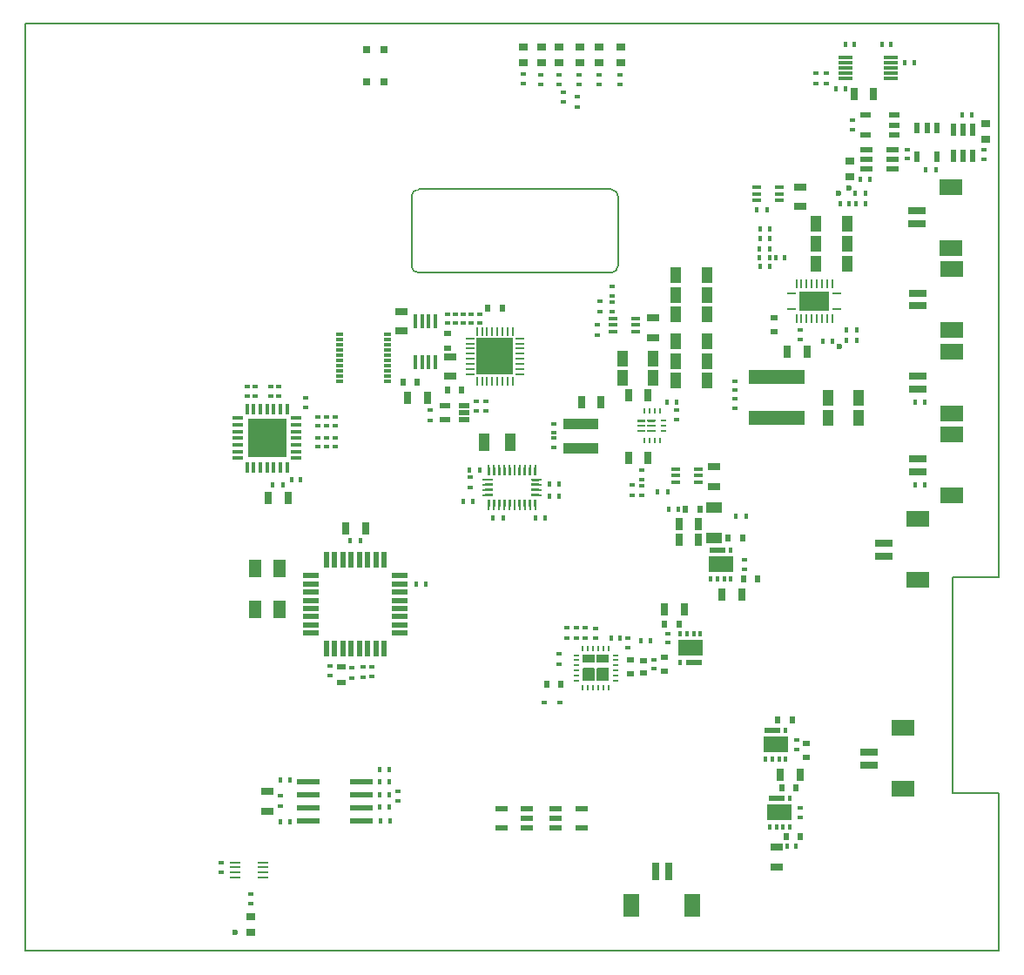
<source format=gtp>
G04*
G04 #@! TF.GenerationSoftware,Altium Limited,Altium Designer,18.1.9 (240)*
G04*
G04 Layer_Color=8421504*
%FSLAX44Y44*%
%MOMM*%
G71*
G01*
G75*
%ADD16C,0.1520*%
%ADD21R,0.8000X1.3000*%
%ADD22R,1.1112X0.2540*%
%ADD23R,1.6000X1.0000*%
%ADD24R,0.4500X0.6000*%
%ADD25R,0.4000X0.6000*%
%ADD26R,0.6000X0.8000*%
%ADD27R,1.3000X0.8000*%
%ADD28R,0.3000X0.6000*%
%ADD29R,1.6000X0.6000*%
%ADD30R,2.4000X1.6000*%
%ADD31R,0.6000X0.4000*%
%ADD32R,0.7000X1.8000*%
%ADD33R,1.6000X2.2000*%
%ADD34R,0.2600X0.9000*%
%ADD35R,0.9000X0.2600*%
%ADD36R,2.9500X1.9500*%
%ADD37C,0.6000*%
%ADD38R,0.8000X0.5500*%
%ADD39R,0.8000X0.6000*%
%ADD40R,0.6000X0.4500*%
%ADD41R,1.1000X0.6000*%
%ADD42R,0.5032X0.3556*%
%ADD43R,0.7500X0.7000*%
%ADD44R,1.0400X0.3300*%
%ADD45R,0.3300X1.0400*%
%ADD46R,3.7000X3.7000*%
%ADD47R,0.9000X0.5000*%
%ADD48R,2.2000X0.6000*%
%ADD49R,5.5000X1.4300*%
%ADD50R,0.7000X1.3000*%
%ADD51R,0.9000X0.7000*%
%ADD52R,1.2700X0.5588*%
%ADD53R,1.4500X0.3000*%
%ADD54R,0.6000X1.1000*%
%ADD55R,0.5588X1.2700*%
%ADD56R,1.0000X1.6000*%
%ADD57R,1.3000X0.7000*%
%ADD58R,0.8400X0.2600*%
%ADD59R,0.2600X0.8400*%
%ADD60R,3.6000X3.6000*%
%ADD61R,0.4500X1.3500*%
%ADD62R,1.0000X0.4700*%
%ADD63R,1.0000X0.2500*%
%ADD64R,0.2500X1.0000*%
%ADD65R,3.4000X0.9800*%
%ADD66R,0.7000X0.3000*%
%ADD67R,1.8000X0.7000*%
%ADD68R,2.2000X1.6000*%
%ADD69R,1.2200X0.6000*%
%ADD70R,1.2000X1.8000*%
%ADD71R,1.5000X0.5500*%
%ADD72R,0.5500X1.5000*%
%ADD73R,1.0000X1.8000*%
%ADD74R,0.8500X0.3500*%
%ADD75R,0.2400X0.6000*%
%ADD76R,0.6000X0.2400*%
%ADD77R,0.2400X0.5750*%
%ADD78R,0.5750X0.2400*%
G36*
X777336Y625546D02*
X759693D01*
Y637438D01*
X777336D01*
Y625546D01*
D02*
G37*
G36*
X472445Y580712D02*
X459020D01*
Y594108D01*
X472445D01*
Y580712D01*
D02*
G37*
G36*
X454419Y580710D02*
X441020D01*
Y594108D01*
X454419D01*
Y580710D01*
D02*
G37*
G36*
X454417Y562687D02*
X441020D01*
Y576108D01*
X454417D01*
Y562687D01*
D02*
G37*
G36*
X472450Y562678D02*
X459020D01*
Y576108D01*
X472450D01*
Y562678D01*
D02*
G37*
G36*
X612453Y516876D02*
X612546Y516848D01*
X612631Y516802D01*
X612706Y516740D01*
X612768Y516665D01*
X612813Y516580D01*
X612842Y516487D01*
X612851Y516390D01*
Y515180D01*
X612842Y515084D01*
X612813Y514991D01*
X612768Y514905D01*
X612706Y514830D01*
X612631Y514769D01*
X612546Y514723D01*
X612453Y514695D01*
X612356Y514685D01*
X605396D01*
X605300Y514695D01*
X605207Y514723D01*
X605121Y514769D01*
X605046Y514830D01*
X604985Y514905D01*
X604939Y514991D01*
X604911Y515084D01*
X604901Y515180D01*
Y516390D01*
X604911Y516487D01*
X604939Y516580D01*
X604985Y516665D01*
X605046Y516740D01*
X605121Y516802D01*
X605207Y516848D01*
X605300Y516876D01*
X605396Y516885D01*
X612356D01*
X612453Y516876D01*
D02*
G37*
G36*
X602503D02*
X602596Y516848D01*
X602681Y516802D01*
X602756Y516740D01*
X602818Y516665D01*
X602864Y516580D01*
X602892Y516487D01*
X602901Y516390D01*
Y515180D01*
X602892Y515084D01*
X602864Y514991D01*
X602818Y514905D01*
X602756Y514830D01*
X602681Y514769D01*
X602596Y514723D01*
X602503Y514695D01*
X602406Y514685D01*
X595446D01*
X595350Y514695D01*
X595257Y514723D01*
X595171Y514769D01*
X595096Y514830D01*
X595035Y514905D01*
X594989Y514991D01*
X594961Y515084D01*
X594951Y515180D01*
Y516390D01*
X594961Y516487D01*
X594989Y516580D01*
X595035Y516665D01*
X595096Y516740D01*
X595171Y516802D01*
X595257Y516848D01*
X595350Y516876D01*
X595446Y516885D01*
X602406D01*
X602503Y516876D01*
D02*
G37*
G36*
X612445Y512076D02*
X612540Y512047D01*
X612627Y512000D01*
X612704Y511938D01*
X612766Y511861D01*
X612813Y511774D01*
X612841Y511680D01*
X612851Y511581D01*
Y510189D01*
X612841Y510091D01*
X612813Y509996D01*
X612766Y509909D01*
X612704Y509833D01*
X612627Y509770D01*
X612540Y509724D01*
X612445Y509695D01*
X612347Y509685D01*
X605405D01*
X605307Y509695D01*
X605212Y509724D01*
X605125Y509770D01*
X605049Y509833D01*
X604986Y509909D01*
X604939Y509996D01*
X604911Y510091D01*
X604901Y510189D01*
Y511581D01*
X604911Y511680D01*
X604939Y511774D01*
X604986Y511861D01*
X605049Y511938D01*
X605125Y512000D01*
X605212Y512047D01*
X605307Y512076D01*
X605405Y512085D01*
X612347D01*
X612445Y512076D01*
D02*
G37*
G36*
X602495D02*
X602590Y512047D01*
X602677Y512000D01*
X602753Y511938D01*
X602816Y511861D01*
X602863Y511774D01*
X602892Y511680D01*
X602901Y511581D01*
Y510189D01*
X602892Y510091D01*
X602863Y509996D01*
X602816Y509909D01*
X602753Y509833D01*
X602677Y509770D01*
X602590Y509724D01*
X602495Y509695D01*
X602397Y509685D01*
X595455D01*
X595357Y509695D01*
X595262Y509724D01*
X595175Y509770D01*
X595099Y509833D01*
X595036Y509909D01*
X594990Y509996D01*
X594961Y510091D01*
X594951Y510189D01*
Y511581D01*
X594961Y511680D01*
X594990Y511774D01*
X595036Y511861D01*
X595099Y511938D01*
X595175Y512000D01*
X595262Y512047D01*
X595357Y512076D01*
X595455Y512085D01*
X602397D01*
X602495Y512076D01*
D02*
G37*
G36*
X612453Y507076D02*
X612546Y507048D01*
X612631Y507002D01*
X612706Y506940D01*
X612768Y506865D01*
X612813Y506780D01*
X612842Y506687D01*
X612851Y506590D01*
Y505380D01*
X612842Y505284D01*
X612813Y505191D01*
X612768Y505105D01*
X612706Y505030D01*
X612631Y504969D01*
X612546Y504923D01*
X612453Y504895D01*
X612356Y504885D01*
X605396D01*
X605300Y504895D01*
X605207Y504923D01*
X605121Y504969D01*
X605046Y505030D01*
X604985Y505105D01*
X604939Y505191D01*
X604911Y505284D01*
X604901Y505380D01*
Y506590D01*
X604911Y506687D01*
X604939Y506780D01*
X604985Y506865D01*
X605046Y506940D01*
X605121Y507002D01*
X605207Y507048D01*
X605300Y507076D01*
X605396Y507085D01*
X612356D01*
X612453Y507076D01*
D02*
G37*
G36*
X602503D02*
X602596Y507048D01*
X602681Y507002D01*
X602756Y506940D01*
X602818Y506865D01*
X602864Y506780D01*
X602892Y506687D01*
X602901Y506590D01*
Y505380D01*
X602892Y505284D01*
X602864Y505191D01*
X602818Y505105D01*
X602756Y505030D01*
X602681Y504969D01*
X602596Y504923D01*
X602503Y504895D01*
X602406Y504885D01*
X595446D01*
X595350Y504895D01*
X595257Y504923D01*
X595171Y504969D01*
X595096Y505030D01*
X595035Y505105D01*
X594989Y505191D01*
X594961Y505284D01*
X594951Y505380D01*
Y506590D01*
X594961Y506687D01*
X594989Y506780D01*
X595035Y506865D01*
X595096Y506940D01*
X595171Y507002D01*
X595257Y507048D01*
X595350Y507076D01*
X595446Y507085D01*
X602406D01*
X602503Y507076D01*
D02*
G37*
G36*
X251259Y482555D02*
X223400D01*
Y510414D01*
X251259D01*
Y482555D01*
D02*
G37*
G36*
X457127Y462920D02*
X454654D01*
Y469900D01*
X457127D01*
Y462920D01*
D02*
G37*
G36*
X497193Y462920D02*
X494654D01*
Y469900D01*
X497193D01*
Y462920D01*
D02*
G37*
G36*
X467146Y462916D02*
X464654D01*
Y469900D01*
X467146D01*
Y462916D01*
D02*
G37*
G36*
X472153Y462907D02*
X469654D01*
Y469900D01*
X472153D01*
Y462907D01*
D02*
G37*
G36*
X477156Y462905D02*
X474654D01*
Y469900D01*
X477156D01*
Y462905D01*
D02*
G37*
G36*
X492162Y462905D02*
X489654D01*
Y469900D01*
X492162D01*
Y462905D01*
D02*
G37*
G36*
X487159Y462904D02*
X484654D01*
Y469900D01*
X487159D01*
Y462904D01*
D02*
G37*
G36*
X462150Y462904D02*
X459654D01*
Y469900D01*
X462150D01*
Y462904D01*
D02*
G37*
G36*
X482156Y462903D02*
X479654D01*
Y469900D01*
X482156D01*
Y462903D01*
D02*
G37*
G36*
X452149Y462903D02*
X449654D01*
Y469900D01*
X452149D01*
Y462903D01*
D02*
G37*
G36*
X454381Y457173D02*
X447388D01*
Y459635D01*
X454381D01*
Y457173D01*
D02*
G37*
G36*
X499421Y457133D02*
X492428D01*
Y459674D01*
X499421D01*
Y457133D01*
D02*
G37*
G36*
X454399Y452155D02*
X447399D01*
Y454645D01*
X454399D01*
Y452155D01*
D02*
G37*
G36*
X499406Y452148D02*
X492405D01*
Y454651D01*
X499406D01*
Y452148D01*
D02*
G37*
G36*
X454400Y447154D02*
X447397D01*
Y449643D01*
X454400D01*
Y447154D01*
D02*
G37*
G36*
X499422Y447132D02*
X492415D01*
Y449661D01*
X499422D01*
Y447132D01*
D02*
G37*
G36*
X454403Y442151D02*
X447402D01*
Y444648D01*
X454403D01*
Y442151D01*
D02*
G37*
G36*
X499410Y442144D02*
X492406D01*
Y444652D01*
X499410D01*
Y442144D01*
D02*
G37*
G36*
X462148Y431889D02*
X459654D01*
Y438900D01*
X462148D01*
Y431889D01*
D02*
G37*
G36*
X497170Y431887D02*
X494654D01*
Y438900D01*
X497170D01*
Y431887D01*
D02*
G37*
G36*
X492171Y431883D02*
X489654D01*
Y438900D01*
X492171D01*
Y431883D01*
D02*
G37*
G36*
X467148Y431883D02*
X464654D01*
Y438900D01*
X467148D01*
Y431883D01*
D02*
G37*
G36*
X487168Y431881D02*
X484654D01*
Y438900D01*
X487168D01*
Y431881D01*
D02*
G37*
G36*
X457137D02*
X454654D01*
Y438900D01*
X457137D01*
Y431881D01*
D02*
G37*
G36*
X452129Y431878D02*
X449654D01*
Y438900D01*
X452129D01*
Y431878D01*
D02*
G37*
G36*
X472152Y431869D02*
X469654D01*
Y438900D01*
X472152D01*
Y431869D01*
D02*
G37*
G36*
X477161Y431867D02*
X474654D01*
Y438900D01*
X477161D01*
Y431867D01*
D02*
G37*
G36*
X482171Y431863D02*
X479654D01*
Y438900D01*
X482171D01*
Y431863D01*
D02*
G37*
G36*
X688125Y368567D02*
X677520D01*
Y383270D01*
X688125D01*
Y368567D01*
D02*
G37*
G36*
X675519Y368563D02*
X664920D01*
Y383270D01*
X675519D01*
Y368563D01*
D02*
G37*
G36*
X658284Y287334D02*
X647685D01*
Y302041D01*
X658284D01*
Y287334D01*
D02*
G37*
G36*
X645684D02*
X635079D01*
Y302037D01*
X645684D01*
Y287334D01*
D02*
G37*
G36*
X567744Y287853D02*
Y281253D01*
X567244Y280753D01*
X556364D01*
X555864Y281253D01*
Y287853D01*
X556364Y288353D01*
X567244D01*
X567744Y287853D01*
D02*
G37*
G36*
X553864D02*
Y281253D01*
X553364Y280753D01*
X542484D01*
X541984Y281253D01*
Y287853D01*
X542484Y288353D01*
X553364D01*
X553864Y287853D01*
D02*
G37*
G36*
X567744Y275053D02*
Y263053D01*
X567244Y262553D01*
X556364D01*
X555864Y263053D01*
Y275053D01*
X556364Y275553D01*
X567244D01*
X567744Y275053D01*
D02*
G37*
G36*
X553864D02*
Y263053D01*
X553364Y262553D01*
X542484D01*
X541984Y263053D01*
Y275053D01*
X542484Y275553D01*
X553364D01*
X553864Y275053D01*
D02*
G37*
G36*
X741268Y193488D02*
X730663D01*
Y208192D01*
X741268D01*
Y193488D01*
D02*
G37*
G36*
X728661Y193484D02*
X718063D01*
Y208192D01*
X728661D01*
Y193484D01*
D02*
G37*
G36*
X745195Y127267D02*
X734590D01*
Y141970D01*
X745195D01*
Y127267D01*
D02*
G37*
G36*
X732589Y127263D02*
X721990D01*
Y141970D01*
X732589D01*
Y127263D01*
D02*
G37*
D16*
X576580Y733724D02*
G03*
X569484Y740820I-7096J0D01*
G01*
X382680Y740820D02*
G03*
X375604Y733744I-0J-7076D01*
G01*
X375604Y666558D02*
G03*
X382642Y659520I7038J0D01*
G01*
X569299Y659520D02*
G03*
X576580Y666801I0J7281D01*
G01*
X382680Y740820D02*
X569484Y740820D01*
X375604Y733744D02*
X375604Y666558D01*
X382642Y659520D02*
X569299Y659520D01*
X576580Y666801D02*
X576580Y733724D01*
X946658Y363220D02*
Y901700D01*
X0D02*
X946658D01*
X0Y0D02*
Y901700D01*
Y0D02*
X946658D01*
Y153670D01*
X901700D02*
X946658D01*
X901700D02*
Y363220D01*
X946658D01*
D21*
X824840Y833120D02*
D03*
X805840D02*
D03*
X654716Y400152D02*
D03*
X635716D02*
D03*
X654716Y415646D02*
D03*
X635716D02*
D03*
X372046Y538374D02*
D03*
X391046D02*
D03*
X236359Y440704D02*
D03*
X255359D02*
D03*
X605751Y540690D02*
D03*
X586751D02*
D03*
X330748Y410718D02*
D03*
X311748D02*
D03*
X734472Y171744D02*
D03*
X753472D02*
D03*
X605751Y479730D02*
D03*
X586751D02*
D03*
X677824Y347050D02*
D03*
X696824D02*
D03*
X640944Y332204D02*
D03*
X621944D02*
D03*
D22*
X230924Y71240D02*
D03*
Y76240D02*
D03*
Y81240D02*
D03*
Y86240D02*
D03*
X203924D02*
D03*
Y81240D02*
D03*
Y76240D02*
D03*
Y71240D02*
D03*
D23*
X669828Y401560D02*
D03*
Y431560D02*
D03*
D24*
X690894Y422640D02*
D03*
X700894D02*
D03*
X240446Y453404D02*
D03*
X250446D02*
D03*
X798553Y604187D02*
D03*
X808553D02*
D03*
X798553Y594027D02*
D03*
X808553D02*
D03*
X785360Y593217D02*
D03*
X775360D02*
D03*
X797994Y838200D02*
D03*
X787994D02*
D03*
X614760Y446859D02*
D03*
X624760D02*
D03*
X721304Y720700D02*
D03*
X711304D02*
D03*
X316248Y398780D02*
D03*
X326248D02*
D03*
X875444Y759460D02*
D03*
X885444D02*
D03*
X431880Y467900D02*
D03*
X441880D02*
D03*
X454804Y421000D02*
D03*
X464804D02*
D03*
X807137Y736600D02*
D03*
X817137D02*
D03*
X713633Y674208D02*
D03*
X723633D02*
D03*
X713633Y682797D02*
D03*
X723633D02*
D03*
D25*
X625968Y429260D02*
D03*
X634968D02*
D03*
X740784Y101600D02*
D03*
X749784D02*
D03*
X821440Y750206D02*
D03*
X812440D02*
D03*
X797244Y881700D02*
D03*
X806244D02*
D03*
X258950Y458400D02*
D03*
X267950D02*
D03*
X380248Y357104D02*
D03*
X389248D02*
D03*
X354034Y176144D02*
D03*
X345034D02*
D03*
Y164714D02*
D03*
X354034D02*
D03*
Y152014D02*
D03*
X345034D02*
D03*
X354044Y139834D02*
D03*
X345044D02*
D03*
X345614Y126614D02*
D03*
X354614D02*
D03*
X257514Y165984D02*
D03*
X248514D02*
D03*
X257514Y125344D02*
D03*
X248514D02*
D03*
X841804Y881700D02*
D03*
X832804D02*
D03*
X864544Y863600D02*
D03*
X855544D02*
D03*
X911424Y812800D02*
D03*
X920424D02*
D03*
X510104Y454277D02*
D03*
X519104D02*
D03*
X569489Y304264D02*
D03*
X578489D02*
D03*
X608004Y301724D02*
D03*
X599004D02*
D03*
X865704Y453400D02*
D03*
X874704D02*
D03*
X865704Y533400D02*
D03*
X874704D02*
D03*
X426284Y436880D02*
D03*
X435284D02*
D03*
X505354Y421000D02*
D03*
X496354D02*
D03*
X519104Y441960D02*
D03*
X510104D02*
D03*
X807940Y726440D02*
D03*
X816940D02*
D03*
X723883Y693237D02*
D03*
X714883D02*
D03*
X723883Y665619D02*
D03*
X714883D02*
D03*
X738630Y674208D02*
D03*
X729630D02*
D03*
X792397Y726440D02*
D03*
X801397D02*
D03*
X723883Y701826D02*
D03*
X714883D02*
D03*
X624404Y533400D02*
D03*
X633404D02*
D03*
D26*
X642030Y429260D02*
D03*
X656030D02*
D03*
X753876Y110980D02*
D03*
X739876D02*
D03*
X749456Y158280D02*
D03*
X735456D02*
D03*
X712371Y361920D02*
D03*
X698371D02*
D03*
X449720Y625280D02*
D03*
X463720D02*
D03*
X367334Y553324D02*
D03*
X381334D02*
D03*
X424514Y545778D02*
D03*
X410514D02*
D03*
X745972Y225084D02*
D03*
X731972D02*
D03*
X697399Y401320D02*
D03*
X683399D02*
D03*
X621904Y318044D02*
D03*
X635904D02*
D03*
X506884Y259708D02*
D03*
X520884D02*
D03*
D27*
X730340Y100940D02*
D03*
Y81940D02*
D03*
X235234Y136164D02*
D03*
Y155164D02*
D03*
X365500Y622148D02*
D03*
Y603148D02*
D03*
X413330Y558748D02*
D03*
Y577748D02*
D03*
D28*
X723840Y120620D02*
D03*
X730340D02*
D03*
X736840D02*
D03*
X743340D02*
D03*
Y148620D02*
D03*
X719912Y186842D02*
D03*
X726413D02*
D03*
X732913D02*
D03*
X739413D02*
D03*
Y214841D02*
D03*
X666770Y361920D02*
D03*
X673270D02*
D03*
X679770D02*
D03*
X686270D02*
D03*
Y389920D02*
D03*
X656434Y308684D02*
D03*
X649934D02*
D03*
X643434D02*
D03*
X636934D02*
D03*
Y280684D02*
D03*
D29*
X730340Y148620D02*
D03*
X726413Y214841D02*
D03*
X673270Y389920D02*
D03*
X649934Y280684D02*
D03*
D30*
X733590Y134620D02*
D03*
X729662Y200842D02*
D03*
X676520Y375920D02*
D03*
X646684Y294684D02*
D03*
D31*
X753876Y138920D02*
D03*
Y129920D02*
D03*
X699304Y380620D02*
D03*
Y371620D02*
D03*
X301390Y519664D02*
D03*
Y510664D02*
D03*
X272978Y528660D02*
D03*
Y537660D02*
D03*
X215908Y548699D02*
D03*
Y539699D02*
D03*
X223528Y548699D02*
D03*
Y539699D02*
D03*
X239060Y548699D02*
D03*
Y539699D02*
D03*
X246680Y548699D02*
D03*
Y539699D02*
D03*
X292958Y510704D02*
D03*
Y519704D02*
D03*
X284814Y510744D02*
D03*
Y519744D02*
D03*
X292958Y490383D02*
D03*
Y499383D02*
D03*
X284814Y490384D02*
D03*
Y499384D02*
D03*
X301390Y490344D02*
D03*
Y499344D02*
D03*
X296198Y267864D02*
D03*
Y276864D02*
D03*
X337378Y267264D02*
D03*
Y276264D02*
D03*
X690270Y554379D02*
D03*
Y545379D02*
D03*
Y537179D02*
D03*
Y528179D02*
D03*
X753910Y594628D02*
D03*
Y603628D02*
D03*
X518832Y851973D02*
D03*
Y842973D02*
D03*
X501527Y851973D02*
D03*
Y842973D02*
D03*
X484509Y852973D02*
D03*
Y843973D02*
D03*
X538443Y851973D02*
D03*
Y842973D02*
D03*
X557780Y851973D02*
D03*
Y842973D02*
D03*
X578595Y851973D02*
D03*
Y842973D02*
D03*
X523403Y835080D02*
D03*
Y826080D02*
D03*
X857504Y779460D02*
D03*
Y770460D02*
D03*
X932180Y770300D02*
D03*
Y779300D02*
D03*
X513649Y512871D02*
D03*
Y503871D02*
D03*
Y498700D02*
D03*
Y489700D02*
D03*
X438904Y525499D02*
D03*
Y534499D02*
D03*
X441706Y610590D02*
D03*
Y619590D02*
D03*
X433832D02*
D03*
Y610590D02*
D03*
X426281Y619590D02*
D03*
Y610590D02*
D03*
X418473Y619590D02*
D03*
Y610590D02*
D03*
X410464Y619590D02*
D03*
Y610590D02*
D03*
X624654Y299734D02*
D03*
Y308734D02*
D03*
X750093Y196341D02*
D03*
Y205341D02*
D03*
X554864Y304234D02*
D03*
Y313234D02*
D03*
X611767Y274364D02*
D03*
Y283364D02*
D03*
X570484Y630876D02*
D03*
Y621876D02*
D03*
X633730Y525728D02*
D03*
Y516728D02*
D03*
X570484Y645950D02*
D03*
Y636950D02*
D03*
X599484Y452302D02*
D03*
Y443302D02*
D03*
X599520Y467536D02*
D03*
Y458536D02*
D03*
X190500Y85740D02*
D03*
Y76740D02*
D03*
X219649Y55400D02*
D03*
Y46400D02*
D03*
D32*
X613030Y77380D02*
D03*
X625530D02*
D03*
D33*
X589530Y44380D02*
D03*
X649030D02*
D03*
D34*
X784863Y615418D02*
D03*
X749863Y649118D02*
D03*
Y615418D02*
D03*
X754863D02*
D03*
X759863D02*
D03*
X764863D02*
D03*
X769863D02*
D03*
X774863D02*
D03*
X779863D02*
D03*
X784863Y649118D02*
D03*
X779863D02*
D03*
X774863D02*
D03*
X769863D02*
D03*
X764863D02*
D03*
X759863D02*
D03*
X754863D02*
D03*
D35*
X789212Y624768D02*
D03*
X745513Y639768D02*
D03*
Y624768D02*
D03*
X789212Y639768D02*
D03*
D36*
X767363Y632268D02*
D03*
D37*
X791000Y736900D02*
D03*
X801060Y742380D02*
D03*
X791708Y587714D02*
D03*
X203924Y18000D02*
D03*
D38*
X600964Y282574D02*
D03*
Y270074D02*
D03*
D39*
X728252Y616288D02*
D03*
Y602288D02*
D03*
X410972Y600598D02*
D03*
Y586598D02*
D03*
X759613Y202104D02*
D03*
Y188104D02*
D03*
X621284Y285868D02*
D03*
Y271868D02*
D03*
X588264Y283324D02*
D03*
Y269324D02*
D03*
D40*
X804164Y798373D02*
D03*
Y808373D02*
D03*
X328508Y276124D02*
D03*
Y266124D02*
D03*
X317782Y275564D02*
D03*
Y265564D02*
D03*
X362844Y145664D02*
D03*
Y155664D02*
D03*
X247904Y140724D02*
D03*
Y150724D02*
D03*
X779034Y853758D02*
D03*
Y843758D02*
D03*
X768874Y853758D02*
D03*
Y843758D02*
D03*
X537188Y820983D02*
D03*
Y830983D02*
D03*
X556260Y598981D02*
D03*
Y608981D02*
D03*
X448048Y534999D02*
D03*
Y524999D02*
D03*
X393768Y515828D02*
D03*
Y525828D02*
D03*
X518964Y288944D02*
D03*
Y278944D02*
D03*
X585724Y304734D02*
D03*
Y294734D02*
D03*
X526570Y314344D02*
D03*
Y304344D02*
D03*
X535739Y314344D02*
D03*
Y304344D02*
D03*
X544364Y314344D02*
D03*
Y304344D02*
D03*
X432364Y460780D02*
D03*
Y450780D02*
D03*
X559054Y622126D02*
D03*
Y632126D02*
D03*
X590098Y443552D02*
D03*
Y453552D02*
D03*
D41*
X816940Y793873D02*
D03*
Y812873D02*
D03*
X844940D02*
D03*
Y803373D02*
D03*
Y793873D02*
D03*
D42*
X519581Y241272D02*
D03*
X504547D02*
D03*
D43*
X348728Y877060D02*
D03*
Y845060D02*
D03*
X332228D02*
D03*
Y877060D02*
D03*
D44*
X263450Y479214D02*
D03*
Y485714D02*
D03*
Y492214D02*
D03*
Y498714D02*
D03*
Y505214D02*
D03*
Y511714D02*
D03*
Y518214D02*
D03*
X206750D02*
D03*
Y511714D02*
D03*
Y505214D02*
D03*
Y498714D02*
D03*
Y492214D02*
D03*
Y485714D02*
D03*
Y479214D02*
D03*
D45*
X215600Y470364D02*
D03*
X222100D02*
D03*
X228600D02*
D03*
X235100D02*
D03*
X241600D02*
D03*
X248100D02*
D03*
X254600D02*
D03*
Y527064D02*
D03*
X248100D02*
D03*
X241600D02*
D03*
X235100D02*
D03*
X228600D02*
D03*
X222100D02*
D03*
X215600D02*
D03*
D46*
X235100Y498714D02*
D03*
D47*
X307238Y261184D02*
D03*
Y276184D02*
D03*
D48*
X275274Y152014D02*
D03*
X327274D02*
D03*
X275274Y164714D02*
D03*
Y139314D02*
D03*
Y126614D02*
D03*
X327274Y164714D02*
D03*
Y139314D02*
D03*
Y126614D02*
D03*
D49*
X730504Y518280D02*
D03*
Y558680D02*
D03*
D50*
X741324Y582510D02*
D03*
X760324D02*
D03*
X541089Y533451D02*
D03*
X560089D02*
D03*
D51*
X538998Y864163D02*
D03*
Y879163D02*
D03*
X519489Y864163D02*
D03*
Y879163D02*
D03*
X502285Y864163D02*
D03*
Y879163D02*
D03*
X484761Y864163D02*
D03*
Y879163D02*
D03*
X558233Y864163D02*
D03*
Y879163D02*
D03*
X578947Y864163D02*
D03*
Y879163D02*
D03*
X933704Y789730D02*
D03*
Y804730D02*
D03*
X219649Y33000D02*
D03*
Y18000D02*
D03*
X801853Y768446D02*
D03*
Y753446D02*
D03*
D52*
X817790Y760795D02*
D03*
Y770193D02*
D03*
Y779591D02*
D03*
X843698D02*
D03*
Y770193D02*
D03*
Y760795D02*
D03*
D53*
X841994Y848758D02*
D03*
Y853758D02*
D03*
Y858758D02*
D03*
Y863758D02*
D03*
Y868758D02*
D03*
X797994Y848758D02*
D03*
Y853758D02*
D03*
Y858758D02*
D03*
Y863758D02*
D03*
Y868758D02*
D03*
D54*
X886444Y772216D02*
D03*
X867444D02*
D03*
Y800216D02*
D03*
X876944D02*
D03*
X886444D02*
D03*
D55*
X921242Y773066D02*
D03*
X911844D02*
D03*
X902446D02*
D03*
Y798974D02*
D03*
X911844D02*
D03*
X921242D02*
D03*
D56*
X662616Y657338D02*
D03*
X632616D02*
D03*
X662616Y638275D02*
D03*
X632616D02*
D03*
X662616Y619212D02*
D03*
X632616D02*
D03*
X580630Y576250D02*
D03*
X610630D02*
D03*
X580630Y557700D02*
D03*
X610630D02*
D03*
X799133Y687914D02*
D03*
X769133D02*
D03*
X799133Y668169D02*
D03*
X769133D02*
D03*
X799133Y707659D02*
D03*
X769133D02*
D03*
X632616Y592813D02*
D03*
X662616D02*
D03*
X632616Y573750D02*
D03*
X662616D02*
D03*
X632616Y554687D02*
D03*
X662616D02*
D03*
X780465Y518411D02*
D03*
X810465D02*
D03*
X780465Y538168D02*
D03*
X810465D02*
D03*
D57*
X610713Y596675D02*
D03*
Y615675D02*
D03*
X753910Y724248D02*
D03*
Y743248D02*
D03*
X669828Y451904D02*
D03*
Y470904D02*
D03*
D58*
X481070Y560908D02*
D03*
Y565908D02*
D03*
Y570908D02*
D03*
Y575908D02*
D03*
Y580908D02*
D03*
Y585908D02*
D03*
Y590908D02*
D03*
Y595908D02*
D03*
X432370D02*
D03*
Y590908D02*
D03*
Y585908D02*
D03*
Y580908D02*
D03*
Y575908D02*
D03*
Y570908D02*
D03*
Y565908D02*
D03*
Y560908D02*
D03*
D59*
X439220Y554058D02*
D03*
X444220D02*
D03*
X449220D02*
D03*
X454220D02*
D03*
X459220D02*
D03*
X464220D02*
D03*
X469220D02*
D03*
X474220D02*
D03*
Y602758D02*
D03*
X469220D02*
D03*
X464220D02*
D03*
X459220D02*
D03*
X454220D02*
D03*
X449220D02*
D03*
X444220D02*
D03*
X439220D02*
D03*
D60*
X456720Y578408D02*
D03*
D61*
X379500Y572640D02*
D03*
X386000D02*
D03*
X392500D02*
D03*
X399000D02*
D03*
X379500Y612140D02*
D03*
X386000D02*
D03*
X392500D02*
D03*
X399000D02*
D03*
D62*
X426572Y517200D02*
D03*
Y530200D02*
D03*
X408572Y517200D02*
D03*
Y530200D02*
D03*
X426572Y523700D02*
D03*
D63*
X497404Y458400D02*
D03*
Y453400D02*
D03*
Y448400D02*
D03*
Y443400D02*
D03*
X449404Y458400D02*
D03*
Y453400D02*
D03*
Y448400D02*
D03*
Y443400D02*
D03*
D64*
X450904Y433900D02*
D03*
X455904D02*
D03*
X460904D02*
D03*
X465904D02*
D03*
X470904D02*
D03*
X475904D02*
D03*
X480904D02*
D03*
X485904D02*
D03*
X490904D02*
D03*
X495904D02*
D03*
Y467900D02*
D03*
X490904D02*
D03*
X485904D02*
D03*
X480904D02*
D03*
X475904D02*
D03*
X470904D02*
D03*
X465904D02*
D03*
X460904D02*
D03*
X455904D02*
D03*
X450904D02*
D03*
D65*
X540428Y512593D02*
D03*
Y488893D02*
D03*
D66*
X351900Y599400D02*
D03*
X305900D02*
D03*
X351900Y594400D02*
D03*
X305900D02*
D03*
X351900Y589400D02*
D03*
X305900D02*
D03*
X351900Y584400D02*
D03*
X305900D02*
D03*
X351900Y579400D02*
D03*
X305900D02*
D03*
X351900Y574400D02*
D03*
X305900D02*
D03*
X351900Y569400D02*
D03*
X305900D02*
D03*
X351900Y564400D02*
D03*
X305900D02*
D03*
X351900Y559400D02*
D03*
X305900D02*
D03*
X351900Y554400D02*
D03*
X305900D02*
D03*
D67*
X867340Y707248D02*
D03*
Y719748D02*
D03*
X868070Y627481D02*
D03*
Y639981D02*
D03*
Y559011D02*
D03*
Y546511D02*
D03*
Y478766D02*
D03*
Y466266D02*
D03*
X834984Y396680D02*
D03*
Y384180D02*
D03*
X820440Y193480D02*
D03*
Y180980D02*
D03*
D68*
X900340Y683748D02*
D03*
Y743248D02*
D03*
X901070Y603981D02*
D03*
Y663481D02*
D03*
Y582510D02*
D03*
Y523011D02*
D03*
Y502266D02*
D03*
Y442766D02*
D03*
X867984Y420180D02*
D03*
Y360680D02*
D03*
X853440Y216980D02*
D03*
Y157480D02*
D03*
D69*
X462849Y119736D02*
D03*
Y138736D02*
D03*
X487749D02*
D03*
Y129236D02*
D03*
Y119736D02*
D03*
X540770Y138720D02*
D03*
Y119720D02*
D03*
X515870D02*
D03*
Y129220D02*
D03*
Y138720D02*
D03*
D70*
X247228Y372344D02*
D03*
Y332344D02*
D03*
X223228D02*
D03*
Y372344D02*
D03*
D71*
X364068Y365104D02*
D03*
Y357104D02*
D03*
Y349104D02*
D03*
Y341104D02*
D03*
Y333104D02*
D03*
Y325104D02*
D03*
Y317104D02*
D03*
Y309104D02*
D03*
X278068D02*
D03*
Y317104D02*
D03*
Y325104D02*
D03*
Y333104D02*
D03*
Y341104D02*
D03*
Y349104D02*
D03*
Y357104D02*
D03*
Y365104D02*
D03*
D72*
X349068Y294104D02*
D03*
X341068D02*
D03*
X333068D02*
D03*
X325068D02*
D03*
X317068D02*
D03*
X309068D02*
D03*
X301068D02*
D03*
X293068D02*
D03*
Y380104D02*
D03*
X301068D02*
D03*
X309068D02*
D03*
X317068D02*
D03*
X325068D02*
D03*
X333068D02*
D03*
X341068D02*
D03*
X349068D02*
D03*
D73*
X471678Y495050D02*
D03*
X446678D02*
D03*
D74*
X571255Y615374D02*
D03*
Y608875D02*
D03*
Y602374D02*
D03*
X593255D02*
D03*
Y608875D02*
D03*
Y615374D02*
D03*
X632434Y468780D02*
D03*
Y462280D02*
D03*
Y455780D02*
D03*
X654434D02*
D03*
Y462280D02*
D03*
Y468780D02*
D03*
X711590Y742788D02*
D03*
Y736288D02*
D03*
Y729788D02*
D03*
X733590D02*
D03*
Y736288D02*
D03*
Y742788D02*
D03*
D75*
X601951Y524885D02*
D03*
X606951D02*
D03*
X611951D02*
D03*
X616951D02*
D03*
Y496885D02*
D03*
X611951D02*
D03*
X606951D02*
D03*
X601951D02*
D03*
D76*
X620951Y515885D02*
D03*
Y510885D02*
D03*
Y505885D02*
D03*
D77*
X567364Y256178D02*
D03*
X562364D02*
D03*
X557364D02*
D03*
X552364D02*
D03*
X547364D02*
D03*
X542364D02*
D03*
Y294428D02*
D03*
X547364D02*
D03*
X552364D02*
D03*
X557364D02*
D03*
X562364D02*
D03*
X567364D02*
D03*
D78*
X535739Y262803D02*
D03*
Y267803D02*
D03*
Y272803D02*
D03*
Y277803D02*
D03*
Y282803D02*
D03*
Y287803D02*
D03*
X573989D02*
D03*
Y282803D02*
D03*
Y277803D02*
D03*
Y272803D02*
D03*
Y267803D02*
D03*
Y262803D02*
D03*
M02*

</source>
